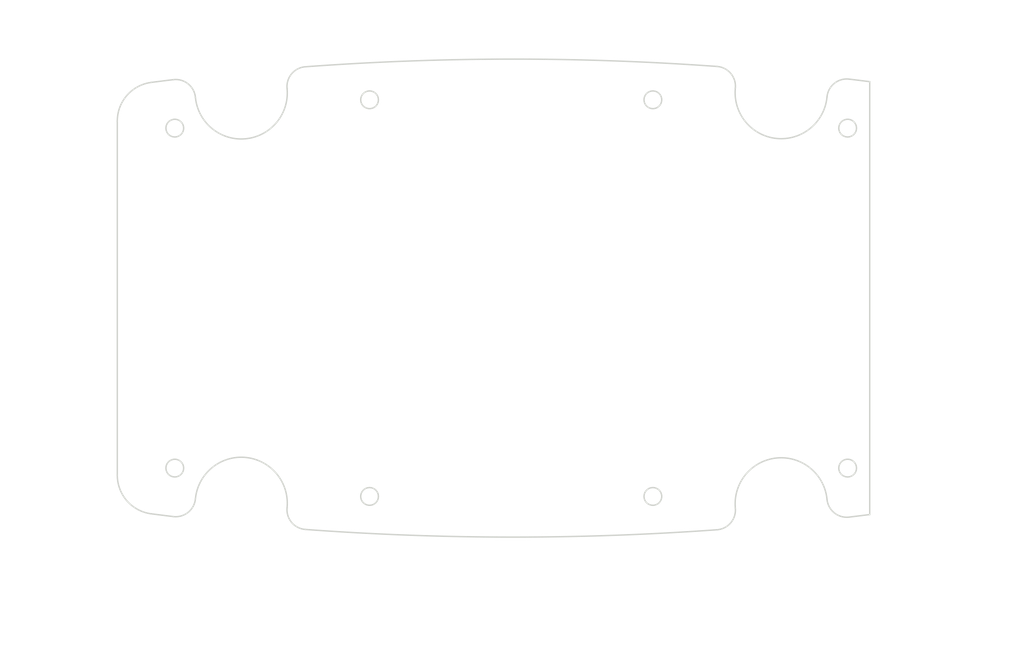
<source format=kicad_pcb>
(kicad_pcb (version 20221018) (generator pcbnew)

  (general
    (thickness 1.6)
  )

  (paper "A4")
  (layers
    (0 "F.Cu" signal)
    (31 "B.Cu" signal)
    (32 "B.Adhes" user "B.Adhesive")
    (33 "F.Adhes" user "F.Adhesive")
    (34 "B.Paste" user)
    (35 "F.Paste" user)
    (36 "B.SilkS" user "B.Silkscreen")
    (37 "F.SilkS" user "F.Silkscreen")
    (38 "B.Mask" user)
    (39 "F.Mask" user)
    (40 "Dwgs.User" user "User.Drawings")
    (41 "Cmts.User" user "User.Comments")
    (42 "Eco1.User" user "User.Eco1")
    (43 "Eco2.User" user "User.Eco2")
    (44 "Edge.Cuts" user)
    (45 "Margin" user)
    (46 "B.CrtYd" user "B.Courtyard")
    (47 "F.CrtYd" user "F.Courtyard")
    (48 "B.Fab" user)
    (49 "F.Fab" user)
  )

  (setup
    (pad_to_mask_clearance 0.051)
    (solder_mask_min_width 0.25)
    (pcbplotparams
      (layerselection 0x00010fc_ffffffff)
      (plot_on_all_layers_selection 0x0000000_00000000)
      (disableapertmacros false)
      (usegerberextensions false)
      (usegerberattributes false)
      (usegerberadvancedattributes false)
      (creategerberjobfile false)
      (dashed_line_dash_ratio 12.000000)
      (dashed_line_gap_ratio 3.000000)
      (svgprecision 4)
      (plotframeref false)
      (viasonmask false)
      (mode 1)
      (useauxorigin false)
      (hpglpennumber 1)
      (hpglpenspeed 20)
      (hpglpendiameter 15.000000)
      (dxfpolygonmode true)
      (dxfimperialunits true)
      (dxfusepcbnewfont true)
      (psnegative false)
      (psa4output false)
      (plotreference true)
      (plotvalue true)
      (plotinvisibletext false)
      (sketchpadsonfab false)
      (subtractmaskfromsilk false)
      (outputformat 1)
      (mirror false)
      (drillshape 1)
      (scaleselection 1)
      (outputdirectory "")
    )
  )

  (net 0 "")

  (gr_line (start 105.780195 129.56069) (end 112.913005 129.56069)
    (stroke (width 0.2) (type solid)) (layer "Dwgs.User") (tstamp 079fd83a-1170-438d-bbe1-2bc36dbf4793))
  (gr_line (start 171.280195 117.464648) (end 171.280195 132.728501)
    (stroke (width 0.2) (type solid)) (layer "Dwgs.User") (tstamp 13392301-c1a5-43e0-af30-f3a9e42a72ae))
  (gr_line (start 103.780195 113.464648) (end 103.780195 132.73569)
    (stroke (width 0.2) (type solid)) (layer "Dwgs.User") (tstamp 1b9b0ed0-a945-49bd-b637-0988c3b65982))
  (gr_line (start 95.66454 107.31713) (end 93.66454 107.31713)
    (stroke (width 0.2) (type solid)) (layer "Dwgs.User") (tstamp 1f6f9b91-5ce7-44c3-9f75-8cf0312bf75b))
  (gr_line (start 170.280195 60.464648) (end 159.496688 60.464648)
    (stroke (width 0.2) (type solid)) (layer "Dwgs.User") (tstamp 33a40bd8-2f8f-4318-9a48-bb9e5bad2d6d))
  (gr_line (start 131.280195 117.464648) (end 131.280195 132.728501)
    (stroke (width 0.2) (type solid)) (layer "Dwgs.User") (tstamp 3a9f9fae-b9e6-4d3c-bddd-ec44c03e3dd2))
  (gr_line (start 131.190195 60.464648) (end 131.370195 60.464648)
    (stroke (width 0.2) (type solid)) (layer "Dwgs.User") (tstamp 3c9b4bda-bb8a-437e-81c9-accc9231ada3))
  (gr_line (start 102.780195 112.464648) (end 85.150904 112.464648)
    (stroke (width 0.2) (type solid)) (layer "Dwgs.User") (tstamp 440da230-3aa8-4086-9ff9-e48f537b257c))
  (gr_line (start 102.780195 64.464648) (end 85.150904 64.464648)
    (stroke (width 0.2) (type solid)) (layer "Dwgs.User") (tstamp 4d7017fe-af8e-4974-83fc-4d4513b01a7e))
  (gr_line (start 131.280195 117.464648) (end 131.280195 132.73569)
    (stroke (width 0.2) (type solid)) (layer "Dwgs.User") (tstamp 4e7012ed-2625-4316-90ea-7eeb40500a47))
  (gr_line (start 129.280195 129.56069) (end 122.147385 129.56069)
    (stroke (width 0.2) (type solid)) (layer "Dwgs.User") (tstamp 4f2ce5f9-0e04-4da0-ae98-be26d22569e4))
  (gr_line (start 218.961088 59.904876) (end 218.961088 84.561783)
    (stroke (width 0.2) (type solid)) (layer "Dwgs.User") (tstamp 55926b39-9d41-447b-ae87-47914c217f57))
  (gr_line (start 201.89585 120.02442) (end 201.89585 139.748195)
    (stroke (width 0.2) (type solid)) (layer "Dwgs.User") (tstamp 640dbbe5-6ffc-47dd-8c24-99cbad5577f6))
  (gr_line (start 118.842788 72.507862) (end 116.564649 67.288191)
    (stroke (width 0.2) (type solid)) (layer "Dwgs.User") (tstamp 6629184c-48c9-4e35-b3cf-bdb8761f3f57))
  (gr_line (start 199.89585 136.573195) (end 154.177739 136.573195)
    (stroke (width 0.2) (type solid)) (layer "Dwgs.User") (tstamp 6699c701-a018-4e42-8be4-cd512cd1dc39))
  (gr_line (start 218.961088 117.02442) (end 218.961088 92.367513)
    (stroke (width 0.2) (type solid)) (layer "Dwgs.User") (tstamp 686284e2-273c-4b83-a58b-f4a7a04945e9))
  (gr_line (start 118.244482 50.039009) (end 120.315349 54.282048)
    (stroke (width 0.2) (type solid)) (layer "Dwgs.User") (tstamp 6ad69cc8-97b7-4ffd-9628-88aeb0ba141c))
  (gr_line (start 162.671688 62.464648) (end 162.671688 84.037532)
    (stroke (width 0.2) (type solid)) (layer "Dwgs.User") (tstamp 6e0af754-d304-4623-8015-cc02c1e9e708))
  (gr_line (start 131.280195 60.554648) (end 131.280195 60.374648)
    (stroke (width 0.2) (type solid)) (layer "Dwgs.User") (tstamp 71362d7b-a50d-4fb3-ac0c-a8c9f4713b85))
  (gr_line (start 103.780195 111.464648) (end 103.780195 104.14213)
    (stroke (width 0.2) (type solid)) (layer "Dwgs.User") (tstamp 738dbbb7-94ea-4e7c-a280-c9d3d216f320))
  (gr_line (start 89.51548 55.71185) (end 91.51548 55.71185)
    (stroke (width 0.2) (type solid)) (layer "Dwgs.User") (tstamp 75229eb7-729d-415c-9a56-370bee969223))
  (gr_line (start 151.158611 56.720753) (end 151.158611 84.561844)
    (stroke (width 0.2) (type solid)) (layer "Dwgs.User") (tstamp 752dbaca-16e2-401e-8370-6ae937db1c71))
  (gr_line (start 196.780195 129.653897) (end 189.647385 129.653897)
    (stroke (width 0.2) (type solid)) (layer "Dwgs.User") (tstamp 86796017-d133-41ff-9c62-0ddace5351ed))
  (gr_line (start 198.780195 113.464648) (end 198.780195 132.828897)
    (stroke (width 0.2) (type solid)) (layer "Dwgs.User") (tstamp 8f1e6a25-b08e-4020-8719-ade7a07e22ba))
  (gr_line (start 133.280195 129.553501) (end 146.663005 129.553501)
    (stroke (width 0.2) (type solid)) (layer "Dwgs.User") (tstamp 906fafeb-178b-4fb0-ad18-7192be28458f))
  (gr_line (start 120.842788 72.507862) (end 118.842788 72.507862)
    (stroke (width 0.2) (type solid)) (layer "Dwgs.User") (tstamp 95471e23-8222-44d9-8d46-15ec9a3a996e))
  (gr_line (start 97.66454 136.573195) (end 143.382651 136.573195)
    (stroke (width 0.2) (type solid)) (layer "Dwgs.User") (tstamp 972505e6-e593-44d1-b149-7d7e5e50cbf9))
  (gr_line (start 101.780195 107.31713) (end 97.66454 107.31713)
    (stroke (width 0.2) (type solid)) (layer "Dwgs.User") (tstamp 97593503-ce05-4355-a5d7-222f76d051e0))
  (gr_line (start 171.280195 117.464648) (end 171.280195 132.828897)
    (stroke (width 0.2) (type solid)) (layer "Dwgs.User") (tstamp 99c0fdcb-f899-4ef7-a275-1f5a60acb792))
  (gr_line (start 88.325904 110.464648) (end 88.325904 92.367513)
    (stroke (width 0.2) (type solid)) (layer "Dwgs.User") (tstamp c06d1211-3145-49fa-9c4c-febbcd51fa5c))
  (gr_line (start 95.66454 114.464648) (end 95.66454 139.748195)
    (stroke (width 0.2) (type solid)) (layer "Dwgs.User") (tstamp cd023a30-bfc8-4fdf-9a0b-eaf9541a8d55))
  (gr_line (start 88.325904 66.464648) (end 88.325904 84.561783)
    (stroke (width 0.2) (type solid)) (layer "Dwgs.User") (tstamp d0982705-1efd-43cd-82ec-7fc8122d3885))
  (gr_line (start 173.280195 129.653897) (end 180.413005 129.653897)
    (stroke (width 0.2) (type solid)) (layer "Dwgs.User") (tstamp d51509d2-0eba-4225-99ce-ff2d2047f339))
  (gr_line (start 116.244482 50.039009) (end 118.244482 50.039009)
    (stroke (width 0.2) (type solid)) (layer "Dwgs.User") (tstamp d53fed60-d20b-4d02-9e91-da7dfb285a06))
  (gr_line (start 169.280195 129.553501) (end 155.897385 129.553501)
    (stroke (width 0.2) (type solid)) (layer "Dwgs.User") (tstamp d77b5ba9-4191-4d42-94ee-0959414a5d73))
  (gr_line (start 202.89585 57.904876) (end 222.136088 57.904876)
    (stroke (width 0.2) (type solid)) (layer "Dwgs.User") (tstamp db76ec0f-e2c9-48d6-98f0-8e2eab450c2e))
  (gr_line (start 151.158611 120.208665) (end 151.158611 92.367574)
    (stroke (width 0.2) (type solid)) (layer "Dwgs.User") (tstamp ddafdd12-4a36-41d3-b6d7-e50a887f39de))
  (gr_line (start 91.51548 55.71185) (end 95.317953 58.76705)
    (stroke (width 0.2) (type solid)) (layer "Dwgs.User") (tstamp dfc8229c-e4fb-4a40-8476-ebbd907abda5))
  (gr_line (start 202.89585 119.02442) (end 222.136088 119.02442)
    (stroke (width 0.2) (type solid)) (layer "Dwgs.User") (tstamp e3ec17b1-1b04-41d6-8c09-6a27f6fd884f))
  (gr_line (start 134.193043 49.59375) (end 132.121357 57.325389)
    (stroke (width 0.2) (type solid)) (layer "Dwgs.User") (tstamp ea899915-5283-4a52-b373-410afbf29b46))
  (gr_line (start 170.280195 116.464648) (end 159.496688 116.464648)
    (stroke (width 0.2) (type solid)) (layer "Dwgs.User") (tstamp ebb91a71-ea02-4ffb-8834-f08205955bde))
  (gr_line (start 162.671688 114.464648) (end 162.671688 91.843262)
    (stroke (width 0.2) (type solid)) (layer "Dwgs.User") (tstamp ef818060-4f81-48e9-b0df-9ed98a2d7384))
  (gr_line (start 136.304748 49.59375) (end 134.193043 49.59375)
    (stroke (width 0.2) (type solid)) (layer "Dwgs.User") (tstamp fb0ef648-7ede-4f84-a630-ed801b28b7e6))
  (gr_arc (start 198.986005 119.3834) (mid 196.896988 118.783838) (end 195.866171 116.870495)
    (stroke (width 0.2) (type solid)) (layer "Edge.Cuts") (tstamp 16a08f8f-7622-4553-ab20-add494bccf5d))
  (gr_arc (start 100.459766 118.919306) (mid 97.033786 117.096021) (end 95.66454 113.464648)
    (stroke (width 0.2) (type solid)) (layer "Edge.Cuts") (tstamp 28339a5e-0b8a-4505-94c2-43529443fda4))
  (gr_arc (start 180.340084 121.171368) (mid 151.27649 122.208543) (end 122.21455 121.125999)
    (stroke (width 0.2) (type solid)) (layer "Edge.Cuts") (tstamp 2c755b38-a03d-43f7-b48a-4f2f9e27fd7f))
  (gr_arc (start 119.633885 58.867317) (mid 120.279079 56.79194) (end 122.21455 55.803297)
    (stroke (width 0.2) (type solid)) (layer "Edge.Cuts") (tstamp 36bf2982-0587-4279-94b9-6357932ea2f3))
  (gr_arc (start 100.459766 58.00999) (mid 102.015222 57.812122) (end 103.571443 57.620369)
    (stroke (width 0.2) (type solid)) (layer "Edge.Cuts") (tstamp 3882ba57-1821-4286-94bd-cbb25a566175))
  (gr_circle (center 171.280195 116.464648) (end 172.530195 116.464648)
    (stroke (width 0.2) (type solid)) (fill none) (layer "Edge.Cuts") (tstamp 43d438fd-52b7-4f16-9b44-ecb849013e9f))
  (gr_arc (start 106.695196 116.800893) (mid 113.795083 110.962092) (end 119.633884 118.061979)
    (stroke (width 0.2) (type solid)) (layer "Edge.Cuts") (tstamp 4449b505-6730-4fc7-8cd8-2467e2e0de6c))
  (gr_arc (start 195.866171 60.058802) (mid 188.775407 65.90868) (end 182.925529 58.817916)
    (stroke (width 0.2) (type solid)) (layer "Edge.Cuts") (tstamp 4d71d646-c683-40b3-8e8e-a0f21df60d88))
  (gr_arc (start 182.925529 118.111379) (mid 182.277096 120.185747) (end 180.340084 121.171368)
    (stroke (width 0.2) (type solid)) (layer "Edge.Cuts") (tstamp 5a063346-6d43-4603-8c8c-1c88bd561818))
  (gr_arc (start 106.695196 116.800894) (mid 105.661394 118.712627) (end 103.571443 119.308927)
    (stroke (width 0.2) (type solid)) (layer "Edge.Cuts") (tstamp 6e37194c-eb5f-48f9-b3d7-cc7b18ca02d4))
  (gr_arc (start 180.340083 55.757928) (mid 182.277096 56.743548) (end 182.925529 58.817916)
    (stroke (width 0.2) (type solid)) (layer "Edge.Cuts") (tstamp 6f605e59-2c61-4b11-b73f-22c4e002ee97))
  (gr_arc (start 122.21455 55.803297) (mid 151.27649 54.720753) (end 180.340084 55.757928)
    (stroke (width 0.2) (type solid)) (layer "Edge.Cuts") (tstamp 73879f14-2ad3-4bc1-a55f-0542c3ca6a9e))
  (gr_arc (start 119.633885 58.867318) (mid 113.795082 65.967205) (end 106.695195 60.128402)
    (stroke (width 0.2) (type solid)) (layer "Edge.Cuts") (tstamp 756b0cc3-a514-48ff-95b5-9e5f1be2333f))
  (gr_circle (center 198.780195 64.464648) (end 200.030195 64.464648)
    (stroke (width 0.2) (type solid)) (fill none) (layer "Edge.Cuts") (tstamp 7a0d6107-6275-4338-a993-c2026c6e3ec1))
  (gr_circle (center 103.780195 112.464648) (end 105.030195 112.464648)
    (stroke (width 0.2) (type solid)) (fill none) (layer "Edge.Cuts") (tstamp 7b838675-8c75-40d2-ae08-b33d15ff4ccf))
  (gr_line (start 95.66454 63.464648) (end 95.66454 113.464648)
    (stroke (width 0.2) (type solid)) (layer "Edge.Cuts") (tstamp 7bc4a848-a74b-409b-a20c-126fc870b85e))
  (gr_arc (start 103.571443 57.62037) (mid 105.661393 58.216671) (end 106.695195 60.128402)
    (stroke (width 0.2) (type solid)) (layer "Edge.Cuts") (tstamp 7cae4a63-6410-4aee-af10-2de81cc1f031))
  (gr_arc (start 95.66454 63.464648) (mid 97.033786 59.833275) (end 100.459766 58.00999)
    (stroke (width 0.2) (type solid)) (layer "Edge.Cuts") (tstamp 7eae85ab-6997-4f1d-bc3f-886ae3690f03))
  (gr_circle (center 131.280195 60.464648) (end 132.530195 60.464648)
    (stroke (width 0.2) (type solid)) (fill none) (layer "Edge.Cuts") (tstamp 8747e866-f6d9-4f0b-a024-60aa698c229e))
  (gr_circle (center 171.280195 60.464648) (end 172.530195 60.464648)
    (stroke (width 0.2) (type solid)) (fill none) (layer "Edge.Cuts") (tstamp 8b252f9b-0fcc-423e-969a-80d7848ca080))
  (gr_circle (center 131.280195 116.464648) (end 132.530195 116.464648)
    (stroke (width 0.2) (type solid)) (fill none) (layer "Edge.Cuts") (tstamp 9d3bd7e0-e447-496d-8f4e-5366082b72d1))
  (gr_line (start 201.89585 119.02442) (end 201.89585 57.904876)
    (stroke (width 0.2) (type solid)) (layer "Edge.Cuts") (tstamp a9bf8d94-1f24-402a-ae28-21f82bdf998f))
  (gr_arc (start 195.86617 60.058802) (mid 196.896987 58.145458) (end 198.986004 57.545895)
    (stroke (width 0.2) (type solid)) (layer "Edge.Cuts") (tstamp bac22f20-e68f-45af-846e-659f53cfdf5f))
  (gr_arc (start 103.571443 119.308927) (mid 102.015222 119.117174) (end 100.459766 118.919306)
    (stroke (width 0.2) (type solid)) (layer "Edge.Cuts") (tstamp c8ad1a72-f286-4df2-8f58-dae055249d8b))
  (gr_circle (center 103.780195 64.464648) (end 105.030195 64.464648)
    (stroke (width 0.2) (type solid)) (fill none) (layer "Edge.Cuts") (tstamp d84d9435-0ea9-42ff-aef5-e16ad1b87406))
  (gr_circle (center 198.780195 112.464648) (end 200.030195 112.464648)
    (stroke (width 0.2) (type solid)) (fill none) (layer "Edge.Cuts") (tstamp e3e43e60-b2df-4a84-b3f8-bdcd213b7f90))
  (gr_arc (start 198.986004 57.545895) (mid 200.441257 57.722713) (end 201.89585 57.904876)
    (stroke (width 0.2) (type solid)) (layer "Edge.Cuts") (tstamp e8b029a0-0bf6-4bac-9895-bf84416af127))
  (gr_arc (start 201.89585 119.02442) (mid 200.441257 119.206583) (end 198.986004 119.383401)
    (stroke (width 0.2) (type solid)) (layer "Edge.Cuts") (tstamp f6498632-fbf3-4f65-8af1-888e5acfe40c))
  (gr_arc (start 182.925529 118.111379) (mid 188.775408 111.020616) (end 195.866171 116.870495)
    (stroke (width 0.2) (type solid)) (layer "Edge.Cuts") (tstamp f8391094-e884-446d-9703-afaf2f526792))
  (gr_arc (start 122.21455 121.126) (mid 120.279078 120.137357) (end 119.633884 118.061979)
    (stroke (width 0.2) (type solid)) (layer "Edge.Cuts") (tstamp fe044e0f-4191-4ebf-8f79-75ab03d5dd68))
  (gr_text "[2.66]" (at 151.158611 90.546428) (layer "Dwgs.User") (tstamp 050bbb0a-da43-4ce0-8406-e04de1cbdf3f)
    (effects (font (size 2 1.8) (thickness 0.25)))
  )
  (gr_text "[1.08]" (at 185.030195 131.735616) (layer "Dwgs.User") (tstamp 0edb7f93-db24-4bb8-b161-917ddf947dbf)
    (effects (font (size 2 1.8) (thickness 0.25)))
  )
  (gr_text "[2.41]" (at 218.961088 90.546367) (layer "Dwgs.User") (tstamp 1956e0de-ff64-488f-a937-58c86c7d67d6)
    (effects (font (size 2 1.8) (thickness 0.25)))
  )
  (gr_text " 27.50" (at 117.530195 127.739544) (layer "Dwgs.User") (tstamp 1bad2219-b63d-4849-a01e-a2dda180612c)
    (effects (font (size 2 1.8) (thickness 0.25)))
  )
  (gr_text " 67.49" (at 151.158611 86.643563) (layer "Dwgs.User") (tstamp 1c3ee1d4-7148-49ca-94ca-501a27a74ecc)
    (effects (font (size 2 1.8) (thickness 0.25)))
  )
  (gr_text "[R0.26]" (at 125.961341 74.589581) (layer "Dwgs.User") (tstamp 1d7d3b9a-2cac-4b37-9974-8dfc307e15b9)
    (effects (font (size 2 1.8) (thickness 0.25)))
  )
  (gr_text "[R0.22]" (at 84.396926 57.793569) (layer "Dwgs.User") (tstamp 21da51ed-0104-41d8-b569-4307aa55080f)
    (effects (font (size 2 1.8) (thickness 0.25)))
  )
  (gr_text "[2.20]" (at 162.671688 90.022116) (layer "Dwgs.User") (tstamp 21ef5dfd-b439-4d08-8932-dd108573150c)
    (effects (font (size 2 1.8) (thickness 0.25)))
  )
  (gr_text " 27.50" (at 185.030195 127.832751) (layer "Dwgs.User") (tstamp 2acb8d09-8403-495c-b0fb-d2a6a08245ab)
    (effects (font (size 2 1.8) (thickness 0.25)))
  )
  (gr_text " 8X ∅2.50\n[∅0.10]" (at 143.328486 49.59375) (layer "Dwgs.User") (tstamp 3ab35eed-c29d-4b3e-a86f-476ed03d1c2f)
    (effects (font (size 2 1.8) (thickness 0.25)))
  )
  (gr_text " 40.00" (at 151.280195 127.732355) (layer "Dwgs.User") (tstamp 3f0081d4-4371-49b5-aa24-37dc6eed43f3)
    (effects (font (size 2 1.8) (thickness 0.25)))
  )
  (gr_text " R5.50" (at 84.396926 53.890705) (layer "Dwgs.User") (tstamp 509c6798-b721-4ab1-a529-254a42cc39bc)
    (effects (font (size 2 1.8) (thickness 0.25)))
  )
  (gr_text " 61.12" (at 218.961088 86.643502) (layer "Dwgs.User") (tstamp 51f64480-fb42-4578-ab85-0235e385499d)
    (effects (font (size 2 1.8) (thickness 0.25)))
  )
  (gr_text " R6.50" (at 125.961341 70.686716) (layer "Dwgs.User") (tstamp 52b8ac1b-045b-4f26-b552-3adac95427dc)
    (effects (font (size 2 1.8) (thickness 0.25)))
  )
  (gr_text " 56.00" (at 162.671688 86.119251) (layer "Dwgs.User") (tstamp 58c213e1-9117-460a-b962-f4fdef090fe0)
    (effects (font (size 2 1.8) (thickness 0.25)))
  )
  (gr_text "[1.89]" (at 88.325904 90.546367) (layer "Dwgs.User") (tstamp 5d9a2818-513f-447d-8a58-73dbd5d029a9)
    (effects (font (size 2 1.8) (thickness 0.25)))
  )
  (gr_text " R2.80" (at 111.125928 48.217863) (layer "Dwgs.User") (tstamp 852dafcd-1711-46e1-9498-0e9243f411f0)
    (effects (font (size 2 1.8) (thickness 0.25)))
  )
  (gr_text "[1.08]" (at 117.530195 131.642409) (layer "Dwgs.User") (tstamp 95b6633d-6c06-498b-bfff-6fcc0690ba0e)
    (effects (font (size 2 1.8) (thickness 0.25)))
  )
  (gr_text "[.32]" (at 89.831116 109.398849) (layer "Dwgs.User") (tstamp 998c9676-f935-4694-9cc3-3c0ca423275e)
    (effects (font (size 2 1.8) (thickness 0.25)))
  )
  (gr_text " 106.23" (at 148.780195 134.751367) (layer "Dwgs.User") (tstamp 9d70b64c-30b9-4cce-bed0-0ba54f40c0c3)
    (effects (font (size 2 1.8) (thickness 0.25)))
  )
  (gr_text "[1.57]" (at 151.280195 131.63522) (layer "Dwgs.User") (tstamp bec2e855-d529-466b-8bc5-9380d9c0d391)
    (effects (font (size 2 1.8) (thickness 0.25)))
  )
  (gr_text " 8.12" (at 89.831116 105.495985) (layer "Dwgs.User") (tstamp c95d71da-dff7-4c3e-a26f-0a757af7d88e)
    (effects (font (size 2 1.8) (thickness 0.25)))
  )
  (gr_text " 48.00" (at 88.325904 86.643502) (layer "Dwgs.User") (tstamp daae4a29-ef80-4bd6-b2c6-a8a14aa8180c)
    (effects (font (size 2 1.8) (thickness 0.25)))
  )
  (gr_text "[R0.11]" (at 111.125928 52.120728) (layer "Dwgs.User") (tstamp dee2c04d-2582-4998-a02f-516706505806)
    (effects (font (size 2 1.8) (thickness 0.25)))
  )
  (gr_text "[4.18]" (at 148.780195 138.654914) (layer "Dwgs.User") (tstamp ffca9832-5bab-4bbe-ab8f-377836145bd9)
    (effects (font (size 2 1.8) (thickness 0.25)))
  )

)

</source>
